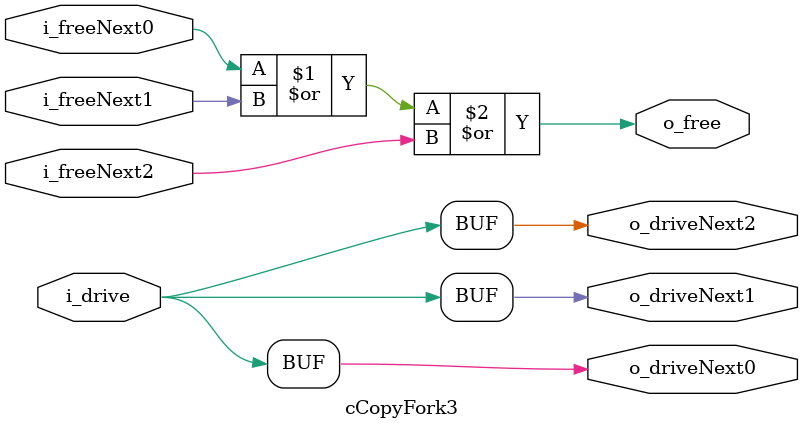
<source format=v>

`timescale 1ns / 1ps

module cCopyFork3 (
    // in -->
    input       i_drive     ,
    output      o_free      ,
    // --> out0
    output      o_driveNext0,
    input       i_freeNext0 ,
    // --> out1
    output      o_driveNext1,
    input       i_freeNext1 ,
    // --> out2
    output      o_driveNext2,
    input       i_freeNext2 
);

// control logic
assign o_driveNext0 = i_drive;
assign o_driveNext1 = i_drive;
assign o_driveNext2 = i_drive;

// simple free signal
// here can make some changes, if you need.
assign o_free       = i_freeNext0 | i_freeNext1 | i_freeNext2;

endmodule


</source>
